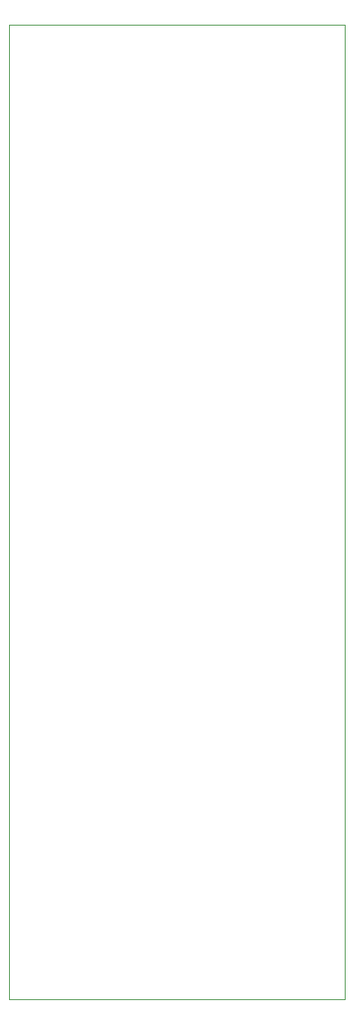
<source format=gbr>
%TF.GenerationSoftware,KiCad,Pcbnew,7.0.9*%
%TF.CreationDate,2024-03-16T10:18:14+00:00*%
%TF.ProjectId,wmk,776d6b2e-6b69-4636-9164-5f7063625858,rev?*%
%TF.SameCoordinates,Original*%
%TF.FileFunction,Profile,NP*%
%FSLAX46Y46*%
G04 Gerber Fmt 4.6, Leading zero omitted, Abs format (unit mm)*
G04 Created by KiCad (PCBNEW 7.0.9) date 2024-03-16 10:18:14*
%MOMM*%
%LPD*%
G01*
G04 APERTURE LIST*
%TA.AperFunction,Profile*%
%ADD10C,0.076200*%
%TD*%
G04 APERTURE END LIST*
D10*
X131231100Y-55003600D02*
X165771100Y-55003600D01*
X131231100Y-155003600D02*
X131231100Y-55003600D01*
X165771100Y-155003600D02*
X131231100Y-155003600D01*
X165771100Y-55003600D02*
X165771100Y-155003600D01*
M02*

</source>
